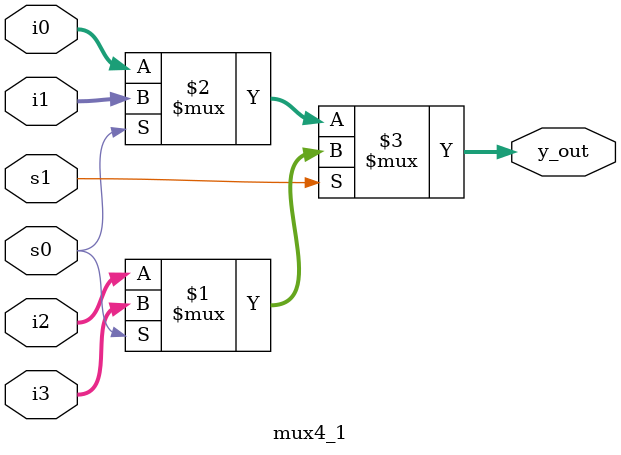
<source format=v>
module mux4_1(
input [3:0]i0,
input [3:0]i1,
input [3:0]i2,
input [3:0]i3,
input s0,s1,
output [3:0]y_out);
assign y_out= s1? (s0?i3:i2):(s0?i1:i0);
endmodule

</source>
